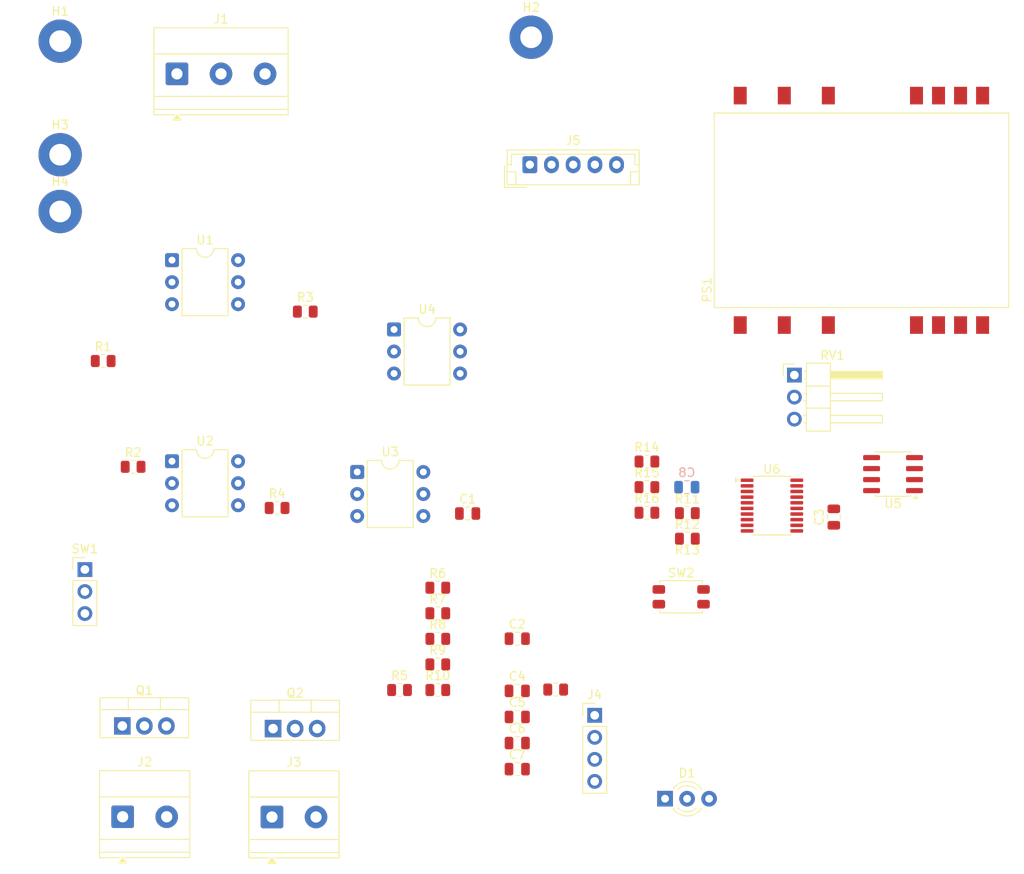
<source format=kicad_pcb>
(kicad_pcb (version 20241229) (generator "pcbnew") (generator_version "9.0")
  (layers (0 "F.Cu" signal) (2 "B.Cu" signal) (13 "F.Paste" user) (15 "B.Paste" user) (5 "F.SilkS" user "F.Silkscreen") (7 "B.SilkS" user "B.Silkscreen") (1 "F.Mask" user) (3 "B.Mask" user) (25 "Edge.Cuts" user))
  (net 0 "")
  (net 1 "VDD")
  (net 2 "GND")
  (net 3 "Net-(J4-Pin_4)")
  (net 4 "Net-(J4-Pin_1)")
  (net 5 "/mcu/FAN_SETTING")
  (net 6 "/mcu/NRST")
  (net 7 "Net-(D1-A2)")
  (net 8 "Net-(D1-A1)")
  (net 9 "NEUT")
  (net 10 "LINE")
  (net 11 "Net-(J2-Pin_2)")
  (net 12 "Net-(J3-Pin_2)")
  (net 13 "Net-(J4-Pin_3)")
  (net 14 "Net-(J4-Pin_2)")
  (net 15 "Net-(J5-Pin_2)")
  (net 16 "Net-(J5-Pin_3)")
  (net 17 "NEUTRAL")
  (net 18 "Net-(Q2-G)")
  (net 19 "/mcu/TRIAC_1_CTRL")
  (net 20 "Net-(U1-A)")
  (net 21 "Net-(U2-A)")
  (net 22 "/mcu/TRIAC_2_CTRL")
  (net 23 "Net-(U1-MT2)")
  (net 24 "Net-(Q1-G)")
  (net 25 "Net-(U2-MT2)")
  (net 26 "Net-(U3-AC1)")
  (net 27 "Net-(U3-AC2)")
  (net 28 "Net-(U4-AC1)")
  (net 29 "Net-(U4-AC2)")
  (net 30 "/mcu/ZC_1_DETECT")
  (net 31 "/mcu/ZC_2_DETECT")
  (net 32 "Net-(U6-PA4)")
  (net 33 "Net-(U6-PA5)")
  (net 34 "/ON")
  (net 35 "Net-(U6-PB9-BOOT0)")
  (net 36 "/OFF")
  (net 37 "/AUTO")
  (net 38 "+3.3V")
  (net 39 "/mcu/UART_RX")
  (net 40 "/mcu/UART_TX")
  (footprint "Resistor_SMD:R_0805_2012Metric" (layer "F.Cu") (at 73.48 91.15)
    (property "Reference" "R13" (at 15.1825 -16.1 0) (layer "F.SilkS"))
    (property "Value" "10k")
    (fp_line (start -0.227064 -0.735) (end 0.227064 -0.735) (stroke (width 0.12)) (layer "F.SilkS"))
    (fp_line (start -0.227064 0.735) (end 0.227064 0.735) (stroke (width 0.12)) (layer "F.SilkS"))
    (pad "1" smd roundrect (at -0.9125 0) (size 1.025 1.4) (layers "F.Cu" "F.Mask" "F.Paste") (roundrect_rratio 0.243902) (net 34 "/ON"))
    (pad "2" smd roundrect (at 0.9125 0) (size 1.025 1.4) (layers "F.Cu" "F.Mask" "F.Paste") (roundrect_rratio 0.243902) (net 2 "GND"))
  )
  (footprint "TerminalBlock_Phoenix:TerminalBlock_Phoenix_MKDS-1,5-3-5.08_1x03_P5.08mm_Horizontal" (layer "F.Cu") (at 29.815 20.1225)
    (property "Reference" "J1" (at 5.08 -6.32 0) (layer "F.SilkS"))
    (property "Value" "Conn_01x03_Pin")
    (fp_line (start -2.66 -5.32) (end 12.82 -5.32) (stroke (width 0.12)) (layer "F.SilkS"))
    (fp_line (start -2.66 -2.3) (end 12.82 -2.3) (stroke (width 0.12)) (layer "F.SilkS"))
    (fp_line (start -2.66 2.6) (end 12.82 2.6) (stroke (width 0.12)) (layer "F.SilkS"))
    (fp_line (start -2.66 4.1) (end 12.82 4.1) (stroke (width 0.12)) (layer "F.SilkS"))
    (fp_line (start -2.66 4.72) (end -2.66 -5.32) (stroke (width 0.12)) (layer "F.SilkS"))
    (fp_line (start -0.3 4.72) (end -2.66 4.72) (stroke (width 0.12)) (layer "F.SilkS"))
    (fp_line (start 12.82 -5.32) (end 12.82 4.72) (stroke (width 0.12)) (layer "F.SilkS"))
    (fp_line (start 12.82 4.72) (end 0.3 4.72) (stroke (width 0.12)) (layer "F.SilkS"))
    (fp_poly (pts (xy 0 4.72) (xy 0.44 5.33) (xy -0.44 5.33)) (stroke (width 0.12)) (fill yes) (layer "F.SilkS"))
    (pad "1" thru_hole roundrect (at 0 0) (size 2.6 2.6) (drill 1.3) (layers "*.Cu" "*.Mask") (roundrect_rratio 0.096154) (net 10 "LINE"))
    (pad "2" thru_hole circle (at 5.08 0) (size 2.6 2.6) (drill 1.3) (layers "*.Cu" "*.Mask") (net 9 "NEUT"))
    (pad "3" thru_hole circle (at 10.16 0) (size 2.6 2.6) (drill 1.3) (layers "*.Cu" "*.Mask") (net 2 "GND"))
  )
  (footprint "Resistor_SMD:R_0805_2012Metric" (layer "F.Cu") (at 88.6625 70.8)
    (property "Reference" "R11" (at 0 -1.65 0) (layer "F.SilkS"))
    (property "Value" "150")
    (fp_line (start -0.227064 -0.735) (end 0.227064 -0.735) (stroke (width 0.12)) (layer "F.SilkS"))
    (fp_line (start -0.227064 0.735) (end 0.227064 0.735) (stroke (width 0.12)) (layer "F.SilkS"))
    (pad "1" smd roundrect (at -0.9125 0) (size 1.025 1.4) (layers "F.Cu" "F.Mask" "F.Paste") (roundrect_rratio 0.243902) (net 8 "Net-(D1-A1)"))
    (pad "2" smd roundrect (at 0.9125 0) (size 1.025 1.4) (layers "F.Cu" "F.Mask" "F.Paste") (roundrect_rratio 0.243902) (net 32 "Net-(U6-PA4)"))
  )
  (footprint "MountingHole:MountingHole_2.5mm_Pad" (layer "F.Cu") (at 16.35 36)
    (property "Reference" "H4" (at 0 -3.45 0) (layer "F.SilkS"))
    (property "Value" "MountingHole_Pad")
    (pad "1" thru_hole circle (at 0 0) (size 5 5) (drill 2.5) (layers "*.Cu" "*.Mask"))
  )
  (footprint "Package_SO:SOIC-8_3.9x4.9mm_P1.27mm" (layer "F.Cu") (at 112.375 66.295 180)
    (property "Reference" "U5" (at 0 -3.4 0) (layer "F.SilkS"))
    (property "Value" "ADuM1201AR")
    (fp_line (start 2.06 2.56) (end -2.06 2.56) (stroke (width 0.12)) (layer "F.SilkS"))
    (fp_line (start 2.06 2.465) (end 2.06 2.56) (stroke (width 0.12)) (layer "F.SilkS"))
    (fp_line (start 2.06 -2.56) (end 2.06 -2.465) (stroke (width 0.12)) (layer "F.SilkS"))
    (fp_line (start -2.06 2.56) (end -2.06 2.465) (stroke (width 0.12)) (layer "F.SilkS"))
    (fp_line (start -2.06 -2.465) (end -2.06 -2.56) (stroke (width 0.12)) (layer "F.SilkS"))
    (fp_line (start -2.06 -2.56) (end 2.06 -2.56) (stroke (width 0.12)) (layer "F.SilkS"))
    (fp_poly (pts (xy -2.6 -2.47) (xy -2.84 -2.8) (xy -2.36 -2.8)) (stroke (width 0.12)) (fill yes) (layer "F.SilkS"))
    (pad "1" smd roundrect (at -2.475 -1.905 180) (size 1.95 0.6) (layers "F.Cu" "F.Mask" "F.Paste") (net 4 "Net-(J4-Pin_1)"))
    (pad "2" smd roundrect (at -2.475 -0.635 180) (size 1.95 0.6) (layers "F.Cu" "F.Mask" "F.Paste") (net 14 "Net-(J4-Pin_2)"))
    (pad "3" smd roundrect (at -2.475 0.635 180) (size 1.95 0.6) (layers "F.Cu" "F.Mask" "F.Paste") (net 13 "Net-(J4-Pin_3)"))
    (pad "4" smd roundrect (at -2.475 1.905 180) (size 1.95 0.6) (layers "F.Cu" "F.Mask" "F.Paste") (net 3 "Net-(J4-Pin_4)"))
    (pad "5" smd roundrect (at 2.475 1.905 180) (size 1.95 0.6) (layers "F.Cu" "F.Mask" "F.Paste") (net 2 "GND"))
    (pad "6" smd roundrect (at 2.475 0.635 180) (size 1.95 0.6) (layers "F.Cu" "F.Mask" "F.Paste") (net 39 "/mcu/UART_RX"))
    (pad "7" smd roundrect (at 2.475 -0.635 180) (size 1.95 0.6) (layers "F.Cu" "F.Mask" "F.Paste") (net 40 "/mcu/UART_TX"))
    (pad "8" smd roundrect (at 2.475 -1.905 180) (size 1.95 0.6) (layers "F.Cu" "F.Mask" "F.Paste") (net 1 "VDD"))
  )
  (footprint "Capacitor_SMD:C_0805_2012Metric" (layer "F.Cu") (at 105.55 71.25 90)
    (property "Reference" "C3" (at 0 -1.68 90) (layer "F.SilkS"))
    (property "Value" "100nF")
    (fp_line (start -0.261252 -0.735) (end 0.261252 -0.735) (stroke (width 0.12)) (layer "F.SilkS"))
    (fp_line (start -0.261252 0.735) (end 0.261252 0.735) (stroke (width 0.12)) (layer "F.SilkS"))
    (pad "1" smd roundrect (at -0.95 0 90) (size 1 1.45) (layers "F.Cu" "F.Mask" "F.Paste") (net 5 "/mcu/FAN_SETTING"))
    (pad "2" smd roundrect (at 0.95 0 90) (size 1 1.45) (layers "F.Cu" "F.Mask" "F.Paste") (net 2 "GND"))
  )
  (footprint "Capacitor_SMD:C_0805_2012Metric" (layer "F.Cu") (at 69.05 94.31)
    (property "Reference" "C5" (at 0 -1.68 0) (layer "F.SilkS"))
    (property "Value" "4.7uF")
    (fp_line (start -0.261252 -0.735) (end 0.261252 -0.735) (stroke (width 0.12)) (layer "F.SilkS"))
    (fp_line (start -0.261252 0.735) (end 0.261252 0.735) (stroke (width 0.12)) (layer "F.SilkS"))
    (pad "1" smd roundrect (at -0.95 0) (size 1 1.45) (layers "F.Cu" "F.Mask" "F.Paste") (net 1 "VDD"))
    (pad "2" smd roundrect (at 0.95 0) (size 1 1.45) (layers "F.Cu" "F.Mask" "F.Paste") (net 2 "GND"))
  )
  (footprint "Resistor_SMD:R_0805_2012Metric" (layer "F.Cu") (at 84 70.75)
    (property "Reference" "R16" (at 0 -1.65 0) (layer "F.SilkS"))
    (property "Value" "10k")
    (fp_line (start -0.227064 -0.735) (end 0.227064 -0.735) (stroke (width 0.12)) (layer "F.SilkS"))
    (fp_line (start -0.227064 0.735) (end 0.227064 0.735) (stroke (width 0.12)) (layer "F.SilkS"))
    (pad "1" smd roundrect (at -0.9125 0) (size 1.025 1.4) (layers "F.Cu" "F.Mask" "F.Paste") (roundrect_rratio 0.243902) (net 37 "/AUTO"))
    (pad "2" smd roundrect (at 0.9125 0) (size 1.025 1.4) (layers "F.Cu" "F.Mask" "F.Paste") (roundrect_rratio 0.243902) (net 2 "GND"))
  )
  (footprint "MountingHole:MountingHole_2.5mm_Pad" (layer "F.Cu") (at 16.35 16.35)
    (property "Reference" "H1" (at 0 -3.45 0) (layer "F.SilkS"))
    (property "Value" "MountingHole_Pad")
    (pad "1" thru_hole circle (at 0 0) (size 5 5) (drill 2.5) (layers "*.Cu" "*.Mask"))
  )
  (footprint "Package_DIP:DIP-6_W7.62mm" (layer "F.Cu") (at 50.6 66.05)
    (property "Reference" "U3" (at 3.81 -2.33 0) (layer "F.SilkS"))
    (property "Value" "H11AA1")
    (fp_line (start 1.16 -1.33) (end 1.16 6.41) (stroke (width 0.12)) (layer "F.SilkS"))
    (fp_line (start 1.16 6.41) (end 6.46 6.41) (stroke (width 0.12)) (layer "F.SilkS"))
    (fp_line (start 2.81 -1.33) (end 1.16 -1.33) (stroke (width 0.12)) (layer "F.SilkS"))
    (fp_line (start 6.46 -1.33) (end 4.81 -1.33) (stroke (width 0.12)) (layer "F.SilkS"))
    (fp_line (start 6.46 6.41) (end 6.46 -1.33) (stroke (width 0.12)) (layer "F.SilkS"))
    (fp_arc (start 4.81 -1.33) (mid 3.81 -0.33) (end 2.81 -1.33) (stroke (width 0.12)) (layer "F.SilkS"))
    (pad "1" thru_hole roundrect (at 0 0) (size 1.6 1.6) (drill 0.8) (layers "*.Cu" "*.Mask") (roundrect_rratio 0.15625) (net 26 "Net-(U3-AC1)"))
    (pad "2" thru_hole circle (at 0 2.54) (size 1.6 1.6) (drill 0.8) (layers "*.Cu" "*.Mask") (net 27 "Net-(U3-AC2)"))
    (pad "3" thru_hole circle (at 0 5.08) (size 1.6 1.6) (drill 0.8) (layers "*.Cu" "*.Mask"))
    (pad "4" thru_hole circle (at 7.62 5.08) (size 1.6 1.6) (drill 0.8) (layers "*.Cu" "*.Mask") (net 38 "+3.3V"))
    (pad "5" thru_hole circle (at 7.62 2.54) (size 1.6 1.6) (drill 0.8) (layers "*.Cu" "*.Mask") (net 30 "/mcu/ZC_1_DETECT"))
    (pad "6" thru_hole circle (at 7.62 0) (size 1.6 1.6) (drill 0.8) (layers "*.Cu" "*.Mask"))
  )
  (footprint "Resistor_SMD:R_0805_2012Metric" (layer "F.Cu") (at 21.3125 53.25)
    (property "Reference" "R1" (at 0 -1.65 0) (layer "F.SilkS"))
    (property "Value" "180")
    (fp_line (start -0.227064 -0.735) (end 0.227064 -0.735) (stroke (width 0.12)) (layer "F.SilkS"))
    (fp_line (start -0.227064 0.735) (end 0.227064 0.735) (stroke (width 0.12)) (layer "F.SilkS"))
    (pad "1" smd roundrect (at -0.9125 0) (size 1.025 1.4) (layers "F.Cu" "F.Mask" "F.Paste") (roundrect_rratio 0.243902) (net 19 "/mcu/TRIAC_1_CTRL"))
    (pad "2" smd roundrect (at 0.9125 0) (size 1.025 1.4) (layers "F.Cu" "F.Mask" "F.Paste") (roundrect_rratio 0.243902) (net 20 "Net-(U1-A)"))
  )
  (footprint "Button_Switch_SMD:SW_SPST_EVQP2_MiddlePushTravel_H2.5mm" (layer "F.Cu") (at 87.95 80.45)
    (property "Reference" "SW2" (at 0 -2.75 0) (layer "F.SilkS"))
    (property "Value" "STM_RESET")
    (fp_line (start -2.46 -1.86) (end -2.46 -1.61) (stroke (width 0.12)) (layer "F.SilkS"))
    (fp_line (start -2.46 1.61) (end -2.46 1.86) (stroke (width 0.12)) (layer "F.SilkS"))
    (fp_line (start -2.46 1.86) (end 2.46 1.86) (stroke (width 0.12)) (layer "F.SilkS"))
    (fp_line (start 2.46 -1.86) (end -2.46 -1.86) (stroke (width 0.12)) (layer "F.SilkS"))
    (fp_line (start 2.46 -1.86) (end 2.46 -1.61) (stroke (width 0.12)) (layer "F.SilkS"))
    (fp_line (start 2.46 1.61) (end 2.46 1.86) (stroke (width 0.12)) (layer "F.SilkS"))
    (pad "1" smd roundrect (at -2.575 -0.85) (size 1.45 1) (layers "F.Cu" "F.Mask" "F.Paste") (net 6 "/mcu/NRST"))
    (pad "1" smd roundrect (at 2.575 -0.85) (size 1.45 1) (layers "F.Cu" "F.Mask" "F.Paste") (net 6 "/mcu/NRST"))
    (pad "2" smd roundrect (at -2.575 0.85) (size 1.45 1) (layers "F.Cu" "F.Mask" "F.Paste") (net 2 "GND"))
    (pad "2" smd roundrect (at 2.575 0.85) (size 1.45 1) (layers "F.Cu" "F.Mask" "F.Paste") (net 2 "GND"))
  )
  (footprint "Resistor_SMD:R_0805_2012Metric" (layer "F.Cu") (at 88.6625 73.75)
    (property "Reference" "R12" (at 0 -1.65 0) (layer "F.SilkS"))
    (property "Value" "150")
    (fp_line (start -0.227064 -0.735) (end 0.227064 -0.735) (stroke (width 0.12)) (layer "F.SilkS"))
    (fp_line (start -0.227064 0.735) (end 0.227064 0.735) (stroke (width 0.12)) (layer "F.SilkS"))
    (pad "1" smd roundrect (at -0.9125 0) (size 1.025 1.4) (layers "F.Cu" "F.Mask" "F.Paste") (roundrect_rratio 0.243902) (net 7 "Net-(D1-A2)"))
    (pad "2" smd roundrect (at 0.9125 0) (size 1.025 1.4) (layers "F.Cu" "F.Mask" "F.Paste") (roundrect_rratio 0.243902) (net 33 "Net-(U6-PA5)"))
  )
  (footprint "Resistor_SMD:R_0805_2012Metric" (layer "F.Cu") (at 55.48 91.2)
    (property "Reference" "R5" (at 0 -1.65 0) (layer "F.SilkS"))
    (property "Value" "10k")
    (fp_line (start -0.227064 -0.735) (end 0.227064 -0.735) (stroke (width 0.12)) (layer "F.SilkS"))
    (fp_line (start -0.227064 0.735) (end 0.227064 0.735) (stroke (width 0.12)) (layer "F.SilkS"))
    (pad "1" smd roundrect (at -0.9125 0) (size 1.025 1.4) (layers "F.Cu" "F.Mask" "F.Paste") (roundrect_rratio 0.243902) (net 10 "LINE"))
    (pad "2" smd roundrect (at 0.9125 0) (size 1.025 1.4) (layers "F.Cu" "F.Mask" "F.Paste") (roundrect_rratio 0.243902) (net 26 "Net-(U3-AC1)"))
  )
  (footprint "Package_DIP:DIP-6_W7.62mm" (layer "F.Cu") (at 29.245 64.81)
    (property "Reference" "U2" (at 3.81 -2.33 0) (layer "F.SilkS"))
    (property "Value" "MOC3021")
    (fp_line (start 1.16 -1.33) (end 1.16 6.41) (stroke (width 0.12)) (layer "F.SilkS"))
    (fp_line (start 1.16 6.41) (end 6.46 6.41) (stroke (width 0.12)) (layer "F.SilkS"))
    (fp_line (start 2.81 -1.33) (end 1.16 -1.33) (stroke (width 0.12)) (layer "F.SilkS"))
    (fp_line (start 6.46 -1.33) (end 4.81 -1.33) (stroke (width 0.12)) (layer "F.SilkS"))
    (fp_line (start 6.46 6.41) (end 6.46 -1.33) (stroke (width 0.12)) (layer "F.SilkS"))
    (fp_arc (start 4.81 -1.33) (mid 3.81 -0.33) (end 2.81 -1.33) (stroke (width 0.12)) (layer "F.SilkS"))
    (pad "1" thru_hole roundrect (at 0 0) (size 1.6 1.6) (drill 0.8) (layers "*.Cu" "*.Mask") (roundrect_rratio 0.15625) (net 21 "Net-(U2-A)"))
    (pad "2" thru_hole circle (at 0 2.54) (size 1.6 1.6) (drill 0.8) (layers "*.Cu" "*.Mask") (net 2 "GND"))
    (pad "3" thru_hole circle (at 0 5.08) (size 1.6 1.6) (drill 0.8) (layers "*.Cu" "*.Mask"))
    (pad "4" thru_hole circle (at 7.62 5.08) (size 1.6 1.6) (drill 0.8) (layers "*.Cu" "*.Mask") (net 25 "Net-(U2-MT2)"))
    (pad "5" thru_hole circle (at 7.62 2.54) (size 1.6 1.6) (drill 0.8) (layers "*.Cu" "*.Mask"))
    (pad "6" thru_hole circle (at 7.62 0) (size 1.6 1.6) (drill 0.8) (layers "*.Cu" "*.Mask") (net 17 "NEUTRAL"))
  )
  (footprint "Package_TO_SOT_THT:TO-220-3_Vertical" (layer "F.Cu") (at 23.52 95.35)
    (property "Reference" "Q1" (at 2.54 -4.1 0) (layer "F.SilkS"))
    (property "Value" "BTA16-600SW3G")
    (fp_line (start -2.57 -3.26) (end 7.65 -3.26) (stroke (width 0.12)) (layer "F.SilkS"))
    (fp_line (start -2.57 -1.88) (end 7.65 -1.88) (stroke (width 0.12)) (layer "F.SilkS"))
    (fp_line (start -2.57 1.36) (end -2.57 -3.26) (stroke (width 0.12)) (layer "F.SilkS"))
    (fp_line (start 0.69 -3.26) (end 0.69 -1.88) (stroke (width 0.12)) (layer "F.SilkS"))
    (fp_line (start 4.39 -3.26) (end 4.39 -1.88) (stroke (width 0.12)) (layer "F.SilkS"))
    (fp_line (start 7.65 -3.26) (end 7.65 1.36) (stroke (width 0.12)) (layer "F.SilkS"))
    (fp_line (start 7.65 1.36) (end -2.57 1.36) (stroke (width 0.12)) (layer "F.SilkS"))
    (pad "1" thru_hole rect (at 0 0) (size 1.905 2) (drill 1.1) (layers "*.Cu" "*.Mask") (net 11 "Net-(J2-Pin_2)"))
    (pad "2" thru_hole oval (at 2.54 0) (size 1.905 2) (drill 1.1) (layers "*.Cu" "*.Mask") (net 17 "NEUTRAL"))
    (pad "3" thru_hole oval (at 5.08 0) (size 1.905 2) (drill 1.1) (layers "*.Cu" "*.Mask") (net 24 "Net-(Q1-G)"))
  )
  (footprint "Package_DIP:DIP-6_W7.62mm" (layer "F.Cu") (at 54.845 49.61)
    (property "Reference" "U4" (at 3.81 -2.33 0) (layer "F.SilkS"))
    (property "Value" "H11AA1")
    (fp_line (start 1.16 -1.33) (end 1.16 6.41) (stroke (width 0.12)) (layer "F.SilkS"))
    (fp_line (start 1.16 6.41) (end 6.46 6.41) (stroke (width 0.12)) (layer "F.SilkS"))
    (fp_line (start 2.81 -1.33) (end 1.16 -1.33) (stroke (width 0.12)) (layer "F.SilkS"))
    (fp_line (start 6.46 -1.33) (end 4.81 -1.33) (stroke (width 0.12)) (layer "F.SilkS"))
    (fp_line (start 6.46 6.41) (end 6.46 -1.33) (stroke (width 0.12)) (layer "F.SilkS"))
    (fp_arc (start 4.81 -1.33) (mid 3.81 -0.33) (end 2.81 -1.33) (stroke (width 0.12)) (layer "F.SilkS"))
    (pad "1" thru_hole roundrect (at 0 0) (size 1.6 1.6) (drill 0.8) (layers "*.Cu" "*.Mask") (roundrect_rratio 0.15625) (net 28 "Net-(U4-AC1)"))
    (pad "2" thru_hole circle (at 0 2.54) (size 1.6 1.6) (drill 0.8) (layers "*.Cu" "*.Mask") (net 29 "Net-(U4-AC2)"))
    (pad "3" thru_hole circle (at 0 5.08) (size 1.6 1.6) (drill 0.8) (layers "*.Cu" "*.Mask"))
    (pad "4" thru_hole circle (at 7.62 5.08) (size 1.6 1.6) (drill 0.8) (layers "*.Cu" "*.Mask") (net 38 "+3.3V"))
    (pad "5" thru_hole circle (at 7.62 2.54) (size 1.6 1.6) (drill 0.8) (layers "*.Cu" "*.Mask") (net 31 "/mcu/ZC_2_DETECT"))
    (pad "6" thru_hole circle (at 7.62 0) (size 1.6 1.6) (drill 0.8) (layers "*.Cu" "*.Mask"))
  )
  (footprint "Package_SO:TSSOP-20_4.4x6.5mm_P0.65mm" (layer "F.Cu") (at 98.4125 69.925)
    (property "Reference" "U6" (at 0 -4.2 0) (layer "F.SilkS"))
    (property "Value" "STM32L031F6P6TR")
    (fp_line (start -2.31 -3.385) (end 2.31 -3.385) (stroke (width 0.12)) (layer "F.SilkS"))
    (fp_line (start 2.31 3.385) (end -2.31 3.385) (stroke (width 0.12)) (layer "F.SilkS"))
    (fp_poly (pts (xy -3.86 -2.93) (xy -4.19 -2.69) (xy -4.19 -3.17)) (stroke (width 0.12)) (fill yes) (layer "F.SilkS"))
    (pad "1" smd roundrect (at -2.8625 -2.925) (size 1.475 0.4) (layers "F.Cu" "F.Mask" "F.Paste") (net 35 "Net-(U6-PB9-BOOT0)"))
    (pad "2" smd roundrect (at -2.8625 -2.275) (size 1.475 0.4) (layers "F.Cu" "F.Mask" "F.Paste") (net 36 "/OFF"))
    (pad "3" smd roundrect (at -2.8625 -1.625) (size 1.475 0.4) (layers "F.Cu" "F.Mask" "F.Paste") (net 37 "/AUTO"))
    (pad "4" smd roundrect (at -2.8625 -0.975) (size 1.475 0.4) (layers "F.Cu" "F.Mask" "F.Paste") (net 6 "/mcu/NRST"))
    (pad "5" smd roundrect (at -2.8625 -0.325) (size 1.475 0.4) (layers "F.Cu" "F.Mask" "F.Paste") (net 1 "VDD"))
    (pad "6" smd roundrect (at -2.8625 0.325) (size 1.475 0.4) (layers "F.Cu" "F.Mask" "F.Paste") (net 19 "/mcu/TRIAC_1_CTRL"))
    (pad "7" smd roundrect (at -2.8625 0.975) (size 1.475 0.4) (layers "F.Cu" "F.Mask" "F.Paste") (net 22 "/mcu/TRIAC_2_CTRL"))
    (pad "8" smd roundrect (at -2.8625 1.625) (size 1.475 0.4) (layers "F.Cu" "F.Mask" "F.Paste") (net 30 "/mcu/ZC_1_DETECT"))
    (pad "9" smd roundrect (at -2.8625 2.275) (size 1.475 0.4) (layers "F.Cu" "F.Mask" "F.Paste") (net 31 "/mcu/ZC_2_DETECT"))
    (pad "10" smd roundrect (at -2.8625 2.925) (size 1.475 0.4) (layers "F.Cu" "F.Mask" "F.Paste") (net 32 "Net-(U6-PA4)"))
    (pad "11" smd roundrect (at 2.8625 2.925) (size 1.475 0.4) (layers "F.Cu" "F.Mask" "F.Paste") (net 33 "Net-(U6-PA5)"))
    (pad "12" smd roundrect (at 2.8625 2.275) (size 1.475 0.4) (layers "F.Cu" "F.Mask" "F.Paste") (net 5 "/mcu/FAN_SETTING"))
    (pad "13" smd roundrect (at 2.8625 1.625) (size 1.475 0.4) (layers "F.Cu" "F.Mask" "F.Paste") (net 34 "/ON"))
    (pad "14" smd roundrect (at 2.8625 0.975) (size 1.475 0.4) (layers "F.Cu" "F.Mask" "F.Paste"))
    (pad "15" smd roundrect (at 2.8625 0.325) (size 1.475 0.4) (layers "F.Cu" "F.Mask" "F.Paste") (net 2 "GND"))
    (pad "16" smd roundrect (at 2.8625 -0.325) (size 1.475 0.4) (layers "F.Cu" "F.Mask" "F.Paste") (net 1 "VDD"))
    (pad "17" smd roundrect (at 2.8625 -0.975) (size 1.475 0.4) (layers "F.Cu" "F.Mask" "F.Paste") (net 40 "/mcu/UART_TX"))
    (pad "18" smd roundrect (at 2.8625 -1.625) (size 1.475 0.4) (layers "F.Cu" "F.Mask" "F.Paste") (net 39 "/mcu/UART_RX"))
    (pad "19" smd roundrect (at 2.8625 -2.275) (size 1.475 0.4) (layers "F.Cu" "F.Mask" "F.Paste") (net 16 "Net-(J5-Pin_3)"))
    (pad "20" smd roundrect (at 2.8625 -2.925) (size 1.475 0.4) (layers "F.Cu" "F.Mask" "F.Paste") (net 15 "Net-(J5-Pin_2)"))
  )
  (footprint "Resistor_SMD:R_0805_2012Metric" (layer "F.Cu") (at 44.6125 47.55)
    (property "Reference" "R3" (at 0 -1.65 0) (layer "F.SilkS"))
    (property "Value" "330")
    (fp_line (start -0.227064 -0.735) (end 0.227064 -0.735) (stroke (width 0.12)) (layer "F.SilkS"))
    (fp_line (start -0.227064 0.735) (end 0.227064 0.735) (stroke (width 0.12)) (layer "F.SilkS"))
    (pad "1" smd roundrect (at -0.9125 0) (size 1.025 1.4) (layers "F.Cu" "F.Mask" "F.Paste") (roundrect_rratio 0.243902) (net 23 "Net-(U1-MT2)"))
    (pad "2" smd roundrect (at 0.9125 0) (size 1.025 1.4) (layers "F.Cu" "F.Mask" "F.Paste") (roundrect_rratio 0.243902) (net 24 "Net-(Q1-G)"))
  )
  (footprint "Resistor_SMD:R_0805_2012Metric" (layer "F.Cu") (at 59.89 88.25)
    (property "Reference" "R9" (at 0 -1.65 0) (layer "F.SilkS"))
    (property "Value" "10k")
    (fp_line (start -0.227064 -0.735) (end 0.227064 -0.735) (stroke (width 0.12)) (layer "F.SilkS"))
    (fp_line (start -0.227064 0.735) (end 0.227064 0.735) (stroke (width 0.12)) (layer "F.SilkS"))
    (pad "1" smd roundrect (at -0.9125 0) (size 1.025 1.4) (layers "F.Cu" "F.Mask" "F.Paste") (roundrect_rratio 0.243902) (net 30 "/mcu/ZC_1_DETECT"))
    (pad "2" smd roundrect (at 0.9125 0) (size 1.025 1.4) (layers "F.Cu" "F.Mask" "F.Paste") (roundrect_rratio 0.243902) (net 2 "GND"))
  )
  (footprint "Connector_PinHeader_2.54mm:PinHeader_1x03_P2.54mm_Vertical" (layer "F.Cu") (at 19.2 77.3)
    (property "Reference" "SW1" (at 0 -2.38 0) (layer "F.SilkS"))
    (property "Value" "SW_Rotary_1x3_MP")
    (fp_line (start -1.38 -1.38) (end 0 -1.38) (stroke (width 0.12)) (layer "F.SilkS"))
    (fp_line (start -1.38 0) (end -1.38 -1.38) (stroke (width 0.12)) (layer "F.SilkS"))
    (fp_line (start -1.38 1.27) (end -1.38 6.46) (stroke (width 0.12)) (layer "F.SilkS"))
    (fp_line (start -1.38 1.27) (end 1.38 1.27) (stroke (width 0.12)) (layer "F.SilkS"))
    (fp_line (start -1.38 6.46) (end 1.38 6.46) (stroke (width 0.12)) (layer "F.SilkS"))
    (fp_line (start 1.38 1.27) (end 1.38 6.46) (stroke (width 0.12)) (layer "F.SilkS"))
    (pad "1" thru_hole rect (at 0 0) (size 1.7 1.7) (drill 1) (layers "*.Cu" "*.Mask") (net 36 "/OFF"))
    (pad "2" thru_hole circle (at 0 2.54) (size 1.7 1.7) (drill 1) (layers "*.Cu" "*.Mask") (net 34 "/ON"))
    (pad "3" thru_hole circle (at 0 5.08) (size 1.7 1.7) (drill 1) (layers "*.Cu" "*.Mask") (net 37 "/AUTO"))
  )
  (footprint "Package_TO_SOT_THT:TO-220-3_Vertical" (layer "F.Cu") (at 40.9 95.65)
    (property "Reference" "Q2" (at 2.54 -4.1 0) (layer "F.SilkS"))
    (property "Value" "BTA16-600SW3G")
    (fp_line (start -2.57 -3.26) (end 7.65 -3.26) (stroke (width 0.12)) (layer "F.SilkS"))
    (fp_line (start -2.57 -1.88) (end 7.65 -1.88) (stroke (width 0.12)) (layer "F.SilkS"))
    (fp_line (start -2.57 1.36) (end -2.57 -3.26) (stroke (width 0.12)) (layer "F.SilkS"))
    (fp_line (start 0.69 -3.26) (end 0.69 -1.88) (stroke (width 0.12)) (layer "F.SilkS"))
    (fp_line (start 4.39 -3.26) (end 4.39 -1.88) (stroke (width 0.12)) (layer "F.SilkS"))
    (fp_line (start 7.65 -3.26) (end 7.65 1.36) (stroke (width 0.12)) (layer "F.SilkS"))
    (fp_line (start 7.65 1.36) (end -2.57 1.36) (stroke (width 0.12)) (layer "F.SilkS"))
    (pad "1" thru_hole rect (at 0 0) (size 1.905 2) (drill 1.1) (layers "*.Cu" "*.Mask") (net 12 "Net-(J3-Pin_2)"))
    (pad "2" thru_hole oval (at 2.54 0) (size 1.905 2) (drill 1.1) (layers "*.Cu" "*.Mask") (net 17 "NEUTRAL"))
    (pad "3" thru_hole oval (at 5.08 0) (size 1.905 2) (drill 1.1) (layers "*.Cu" "*.Mask") (net 18 "Net-(Q2-G)"))
  )
  (footprint "Connector_PinHeader_2.54mm:PinHeader_1x03_P2.54mm_Horizontal" (layer "F.Cu") (at 101 54.87)
    (property "Reference" "RV1" (at 4.385 -2.27 0) (layer "F.SilkS"))
    (property "Value" "R_Potentiometer_US")
    (fp_line (start -1.27 -1.27) (end 0 -1.27) (stroke (width 0.12)) (layer "F.SilkS"))
    (fp_line (start -1.27 0) (end -1.27 -1.27) (stroke (width 0.12)) (layer "F.SilkS"))
    (fp_line (start 1.077358 2.11) (end 1.39 2.11) (stroke (width 0.12)) (layer "F.SilkS"))
    (fp_line (start 1.077358 2.97) (end 1.39 2.97) (stroke (width 0.12)) (layer "F.SilkS"))
    (fp_line (start 1.077358 4.65) (end 1.39 4.65) (stroke (width 0.12)) (layer "F.SilkS"))
    (fp_line (start 1.077358 5.51) (end 1.39 5.51) (stroke (width 0.12)) (layer "F.SilkS"))
    (fp_line (start 1.16 -0.43) (end 1.39 -0.43) (stroke (width 0.12)) (layer "F.SilkS"))
    (fp_line (start 1.16 0.43) (end 1.39 0.43) (stroke (width 0.12)) (layer "F.SilkS"))
    (fp_line (start 1.39 -1.38) (end 1.39 6.46) (stroke (width 0.12)) (layer "F.SilkS"))
    (fp_line (start 1.39 1.27) (end 4.15 1.27) (stroke (width 0.12)) (layer "F.SilkS"))
    (fp_line (start 1.39 3.81) (end 4.15 3.81) (stroke (width 0.12)) (layer "F.SilkS"))
    (fp_line (start 1.39 6.46) (end 4.15 6.46) (stroke (width 0.12)) (layer "F.SilkS"))
    (fp_line (start 4.15 -1.38) (end 1.39 -1.38) (stroke (width 0.12)) (layer "F.SilkS"))
    (fp_line (start 4.15 2.11) (end 10.15 2.11) (stroke (width 0.12)) (layer "F.SilkS"))
    (fp_line (start 4.15 4.65) (end 10.15 4.65) (stroke (width 0.12)) (layer "F.SilkS"))
    (fp_line (start 4.15 6.46) (end 4.15 -1.38) (stroke (width 0.12)) (layer "F.SilkS"))
    (fp_line (start 10.15 2.11) (end 10.15 2.97) (stroke (width 0.12)) (layer "F.SilkS"))
    (fp_line (start 10.15 2.97) (end 4.15 2.97) (stroke (width 0.12)) (layer "F.SilkS"))
    (fp_line (start 10.15 4.65) (end 10.15 5.51) (stroke (width 0.12)) (layer "F.SilkS"))
    (fp_line (start 10.15 5.51) (end 4.15 5.51) (stroke (width 0.12)) (layer "F.SilkS"))
    (fp_rect (start 4.15 -0.43) (end 10.15 0.43) (stroke (width 0.12)) (fill yes) (layer "F.SilkS"))
    (pad "1" thru_hole rect (at 0 0) (size 1.7 1.7) (drill 1) (layers "*.Cu" "*.Mask") (net 1 "VDD"))
    (pad "2" thru_hole circle (at 0 2.54) (size 1.7 1.7) (drill 1) (layers "*.Cu" "*.Mask") (net 5 "/mcu/FAN_SETTING"))
    (pad "3" thru_hole circle (at 0 5.08) (size 1.7 1.7) (drill 1) (layers "*.Cu" "*.Mask") (net 2 "GND"))
  )
  (footprint "LED_THT:LED_D3.0mm-3" (layer "F.Cu") (at 86.09 103.74)
    (property "Reference" "D1" (at 2.54 -2.96 0) (layer "F.SilkS"))
    (property "Value" "LED_Dual_AKA")
    (fp_line (start 0.98 -1.236) (end 0.98 -1.08) (stroke (width 0.12)) (layer "F.SilkS"))
    (fp_line (start 0.98 1.08) (end 0.98 1.236) (stroke (width 0.12)) (layer "F.SilkS"))
    (fp_arc (start 0.98 -1.235516) (mid 2.63566 -1.987699) (end 4.211437 -1.08) (stroke (width 0.12)) (layer "F.SilkS"))
    (fp_arc (start 1.499039 -1.08) (mid 2.54 -1.5) (end 3.580961 -1.08) (stroke (width 0.12)) (layer "F.SilkS"))
    (fp_arc (start 3.580961 1.08) (mid 2.54 1.5) (end 1.499039 1.08) (stroke (width 0.12)) (layer "F.SilkS"))
    (fp_arc (start 4.211437 1.08) (mid 2.63566 1.987699) (end 0.98 1.235516) (stroke (width 0.12)) (layer "F.SilkS"))
    (pad "1" thru_hole rect (at 0 0) (size 1.8 1.8) (drill 0.9) (layers "*.Cu" "*.Mask") (net 8 "Net-(D1-A1)"))
    (pad "2" thru_hole circle (at 2.54 0) (size 1.8 1.8) (drill 0.9) (layers "*.Cu" "*.Mask") (net 2 "GND"))
    (pad "3" thru_hole circle (at 5.08 0) (size 1.8 1.8) (drill 0.9) (layers "*.Cu" "*.Mask") (net 7 "Net-(D1-A2)"))
  )
  (footprint "Capacitor_SMD:C_0805_2012Metric" (layer "F.Cu") (at 63.33 70.84)
    (property "Reference" "C1" (at 0 -1.68 0) (layer "F.SilkS"))
    (property "Value" "10uF")
    (fp_line (start -0.261252 -0.735) (end 0.261252 -0.735) (stroke (width 0.12)) (layer "F.SilkS"))
    (fp_line (start -0.261252 0.735) (end 0.261252 0.735) (stroke (width 0.12)) (layer "F.SilkS"))
    (pad "1" smd roundrect (at -0.95 0) (size 1 1.45) (layers "F.Cu" "F.Mask" "F.Paste") (net 1 "VDD"))
    (pad "2" smd roundrect (at 0.95 0) (size 1 1.45) (layers "F.Cu" "F.Mask" "F.Paste") (net 2 "GND"))
  )
  (footprint "Capacitor_SMD:C_0805_2012Metric" (layer "F.Cu") (at 69.05 85.28)
    (property "Reference" "C2" (at 0 -1.68 0) (layer "F.SilkS"))
    (property "Value" "100nF")
    (fp_line (start -0.261252 -0.735) (end 0.261252 -0.735) (stroke (width 0.12)) (layer "F.SilkS"))
    (fp_line (start -0.261252 0.735) (end 0.261252 0.735) (stroke (width 0.12)) (layer "F.SilkS"))
    (pad "1" smd roundrect (at -0.95 0) (size 1 1.45) (layers "F.Cu" "F.Mask" "F.Paste") (net 4 "Net-(J4-Pin_1)"))
    (pad "2" smd roundrect (at 0.95 0) (size 1 1.45) (layers "F.Cu" "F.Mask" "F.Paste") (net 3 "Net-(J4-Pin_4)"))
  )
  (footprint "Resistor_SMD:R_0805_2012Metric" (layer "F.Cu") (at 41.3625 70.2)
    (property "Reference" "R4" (at 0 -1.65 0) (layer "F.SilkS"))
    (property "Value" "330")
    (fp_line (start -0.227064 -0.735) (end 0.227064 -0.735) (stroke (width 0.12)) (layer "F.SilkS"))
    (fp_line (start -0.227064 0.735) (end 0.227064 0.735) (stroke (width 0.12)) (layer "F.SilkS"))
    (pad "1" smd roundrect (at -0.9125 0) (size 1.025 1.4) (layers "F.Cu" "F.Mask" "F.Paste") (roundrect_rratio 0.243902) (net 25 "Net-(U2-MT2)"))
    (pad "2" smd roundrect (at 0.9125 0) (size 1.025 1.4) (layers "F.Cu" "F.Mask" "F.Paste") (roundrect_rratio 0.243902) (net 18 "Net-(Q2-G)"))
  )
  (footprint "Converter_ACDC:Converter_ACDC_MeanWell_IRM-02-xx_SMD" (layer "F.Cu") (at 108.73 35.865 90)
    (property "Reference" "PS1" (at -9.18 -17.8 90) (layer "F.SilkS"))
    (property "Value" "IRM-02-3.3S")
    (fp_line (start 11.22 -16.97) (end 11.22 16.97) (stroke (width 0.12)) (layer "F.SilkS"))
    (fp_line (start -11.22 -16.97) (end 11.22 -16.97) (stroke (width 0.12)) (layer "F.SilkS"))
    (fp_line (start 11.22 16.97) (end -11.22 16.97) (stroke (width 0.12)) (layer "F.SilkS"))
    (fp_line (start -11.22 16.97) (end -11.22 -16.97) (stroke (width 0.12)) (layer "F.SilkS"))
    (pad "1" smd rect (at -13.235 -13.97) (size 1.5 2.03) (layers "F.Cu" "F.Mask" "F.Paste") (net 10 "LINE"))
    (pad "3" smd rect (at -13.235 -8.89) (size 1.5 2.03) (layers "F.Cu" "F.Mask" "F.Paste"))
    (pad "5" smd rect (at -13.235 -3.81) (size 1.5 2.03) (layers "F.Cu" "F.Mask" "F.Paste"))
    (pad "9" smd rect (at -13.235 6.35) (size 1.5 2.03) (layers "F.Cu" "F.Mask" "F.Paste"))
    (pad "10" smd rect (at -13.235 8.89) (size 1.5 2.03) (layers "F.Cu" "F.Mask" "F.Paste"))
    (pad "11" smd rect (at -13.235 11.43) (size 1.5 2.03) (layers "F.Cu" "F.Mask" "F.Paste"))
    (pad "12" smd rect (at -13.235 13.97) (size 1.5 2.03) (layers "F.Cu" "F.Mask" "F.Paste") (net 1 "VDD"))
    (pad "13" smd rect (at 13.235 13.97) (size 1.5 2.03) (layers "F.Cu" "F.Mask" "F.Paste") (net 2 "GND"))
    (pad "14" smd rect (at 13.235 11.43) (size 1.5 2.03) (layers "F.Cu" "F.Mask" "F.Paste"))
    (pad "15" smd rect (at 13.235 8.89) (size 1.5 2.03) (layers "F.Cu" "F.Mask" "F.Paste"))
    (pad "16" smd rect (at 13.235 6.35) (size 1.5 2.03) (layers "F.Cu" "F.Mask" "F.Paste"))
    (pad "20" smd rect (at 13.235 -3.81) (size 1.5 2.03) (layers "F.Cu" "F.Mask" "F.Paste"))
    (pad "22" smd rect (at 13.235 -8.89) (size 1.5 2.03) (layers "F.Cu" "F.Mask" "F.Paste"))
    (pad "24" smd rect (at 13.235 -13.97) (size 1.5 2.03) (layers "F.Cu" "F.Mask" "F.Paste") (net 9 "NEUT"))
  )
  (footprint "Resistor_SMD:R_0805_2012Metric" (layer "F.Cu") (at 59.89 85.3)
    (property "Reference" "R8" (at 0 -1.65 0) (layer "F.SilkS"))
    (property "Value" "10k")
    (fp_line (start -0.227064 -0.735) (end 0.227064 -0.735) (stroke (width 0.12)) (layer "F.SilkS"))
    (fp_line (start -0.227064 0.735) (end 0.227064 0.735) (stroke (width 0.12)) (layer "F.SilkS"))
    (pad "1" smd roundrect (at -0.9125 0) (size 1.025 1.4) (layers "F.Cu" "F.Mask" "F.Paste") (roundrect_rratio 0.243902) (net 17 "NEUTRAL"))
    (pad "2" smd roundrect (at 0.9125 0) (size 1.025 1.4) (layers "F.Cu" "F.Mask" "F.Paste") (roundrect_rratio 0.243902) (net 29 "Net-(U4-AC2)"))
  )
  (footprint "TerminalBlock_Phoenix:TerminalBlock_Phoenix_MKDS-1,5-2-5.08_1x02_P5.08mm_Horizontal" (layer "F.Cu") (at 40.77 105.85)
    (property "Reference" "J3" (at 2.54 -6.32 0) (layer "F.SilkS"))
    (property "Value" "FAN_2")
    (fp_line (start -2.66 -5.32) (end 7.74 -5.32) (stroke (width 0.12)) (layer "F.SilkS"))
    (fp_line (start -2.66 -2.3) (end 7.74 -2.3) (stroke (width 0.12)) (layer "F.SilkS"))
    (fp_line (start -2.66 2.6) (end 7.74 2.6) (stroke (width 0.12)) (layer "F.SilkS"))
    (fp_line (start -2.66 4.1) (end 7.74 4.1) (stroke (width 0.12)) (layer "F.SilkS"))
    (fp_line (start -2.66 4.72) (end -2.66 -5.32) (stroke (width 0.12)) (layer "F.SilkS"))
    (fp_line (start -0.3 4.72) (end -2.66 4.72) (stroke (width 0.12)) (layer "F.SilkS"))
    (fp_line (start 7.74 -5.32) (end 7.74 4.72) (stroke (width 0.12)) (layer "F.SilkS"))
    (fp_line (start 7.74 4.72) (end 0.3 4.72) (stroke (width 0.12)) (layer "F.SilkS"))
    (fp_poly (pts (xy 0 4.72) (xy 0.44 5.33) (xy -0.44 5.33)) (stroke (width 0.12)) (fill yes) (layer "F.SilkS"))
    (pad "1" thru_hole roundrect (at 0 0) (size 2.6 2.6) (drill 1.3) (layers "*.Cu" "*.Mask") (roundrect_rratio 0.096154) (net 10 "LINE"))
    (pad "2" thru_hole circle (at 5.08 0) (size 2.6 2.6) (drill 1.3) (layers "*.Cu" "*.Mask") (net 12 "Net-(J3-Pin_2)"))
  )
  (footprint "Capacitor_SMD:C_0805_2012Metric" (layer "F.Cu") (at 69.05 91.3)
    (property "Reference" "C4" (at 0 -1.68 0) (layer "F.SilkS"))
    (property "Value" "100nF")
    (fp_line (start -0.261252 -0.735) (end 0.261252 -0.735) (stroke (width 0.12)) (layer "F.SilkS"))
    (fp_line (start -0.261252 0.735) (end 0.261252 0.735) (stroke (width 0.12)) (layer "F.SilkS"))
    (pad "1" smd roundrect (at -0.95 0) (size 1 1.45) (layers "F.Cu" "F.Mask" "F.Paste") (net 1 "VDD"))
    (pad "2" smd roundrect (at 0.95 0) (size 1 1.45) (layers "F.Cu" "F.Mask" "F.Paste") (net 2 "GND"))
  )
  (footprint "Package_DIP:DIP-6_W7.62mm" (layer "F.Cu") (at 29.245 41.61)
    (property "Reference" "U1" (at 3.81 -2.33 0) (layer "F.SilkS"))
    (property "Value" "MOC3021")
    (fp_line (start 1.16 -1.33) (end 1.16 6.41) (stroke (width 0.12)) (layer "F.SilkS"))
    (fp_line (start 1.16 6.41) (end 6.46 6.41) (stroke (width 0.12)) (layer "F.SilkS"))
    (fp_line (start 2.81 -1.33) (end 1.16 -1.33) (stroke (width 0.12)) (layer "F.SilkS"))
    (fp_line (start 6.46 -1.33) (end 4.81 -1.33) (stroke (width 0.12)) (layer "F.SilkS"))
    (fp_line (start 6.46 6.41) (end 6.46 -1.33) (stroke (width 0.12)) (layer "F.SilkS"))
    (fp_arc (start 4.81 -1.33) (mid 3.81 -0.33) (end 2.81 -1.33) (stroke (width 0.12)) (layer "F.SilkS"))
    (pad "1" thru_hole roundrect (at 0 0) (size 1.6 1.6) (drill 0.8) (layers "*.Cu" "*.Mask") (roundrect_rratio 0.15625) (net 20 "Net-(U1-A)"))
    (pad "2" thru_hole circle (at 0 2.54) (size 1.6 1.6) (drill 0.8) (layers "*.Cu" "*.Mask") (net 2 "GND"))
    (pad "3" thru_hole circle (at 0 5.08) (size 1.6 1.6) (drill 0.8) (layers "*.Cu" "*.Mask"))
    (pad "4" thru_hole circle (at 7.62 5.08) (size 1.6 1.6) (drill 0.8) (layers "*.Cu" "*.Mask") (net 23 "Net-(U1-MT2)"))
    (pad "5" thru_hole circle (at 7.62 2.54) (size 1.6 1.6) (drill 0.8) (layers "*.Cu" "*.Mask"))
    (pad "6" thru_hole circle (at 7.62 0) (size 1.6 1.6) (drill 0.8) (layers "*.Cu" "*.Mask") (net 17 "NEUTRAL"))
  )
  (footprint "Connector_JST:JST_EH_B5B-EH-A_1x05_P2.50mm_Vertical" (layer "F.Cu") (at 70.5 30.6)
    (property "Reference" "J5" (at 5 -2.8 0) (layer "F.SilkS"))
    (property "Value" "Conn_01x05_Pin")
    (fp_line (start -2.91 0.11) (end -2.91 2.61) (stroke (width 0.12)) (layer "F.SilkS"))
    (fp_line (start -2.91 2.61) (end -0.41 2.61) (stroke (width 0.12)) (layer "F.SilkS"))
    (fp_line (start -2.61 -1.71) (end -2.61 2.31) (stroke (width 0.12)) (layer "F.SilkS"))
    (fp_line (start -2.61 0) (end -2.11 0) (stroke (width 0.12)) (layer "F.SilkS"))
    (fp_line (start -2.61 0.81) (end -1.61 0.81) (stroke (width 0.12)) (layer "F.SilkS"))
    (fp_line (start -2.61 2.31) (end 12.61 2.31) (stroke (width 0.12)) (layer "F.SilkS"))
    (fp_line (start -2.11 -1.21) (end 12.11 -1.21) (stroke (width 0.12)) (layer "F.SilkS"))
    (fp_line (start -2.11 0) (end -2.11 -1.21) (stroke (width 0.12)) (layer "F.SilkS"))
    (fp_line (start -1.61 0.81) (end -1.61 2.31) (stroke (width 0.12)) (layer "F.SilkS"))
    (fp_line (start 11.61 0.81) (end 11.61 2.31) (stroke (width 0.12)) (layer "F.SilkS"))
    (fp_line (start 12.11 -1.21) (end 12.11 0) (stroke (width 0.12)) (layer "F.SilkS"))
    (fp_line (start 12.11 0) (end 12.61 0) (stroke (width 0.12)) (layer "F.SilkS"))
    (fp_line (start 12.61 -1.71) (end -2.61 -1.71) (stroke (width 0.12)) (layer "F.SilkS"))
    (fp_line (start 12.61 0.81) (end 11.61 0.81) (stroke (width 0.12)) (layer "F.SilkS"))
    (fp_line (start 12.61 2.31) (end 12.61 -1.71) (stroke (width 0.12)) (layer "F.SilkS"))
    (pad "1" thru_hole roundrect (at 0 0) (size 1.7 1.95) (drill 0.95) (layers "*.Cu" "*.Mask") (roundrect_rratio 0.147059) (net 1 "VDD"))
    (pad "2" thru_hole oval (at 2.5 0) (size 1.7 1.95) (drill 0.95) (layers "*.Cu" "*.Mask") (net 15 "Net-(J5-Pin_2)"))
    (pad "3" thru_hole oval (at 5 0) (size 1.7 1.95) (drill 0.95) (layers "*.Cu" "*.Mask") (net 16 "Net-(J5-Pin_3)"))
    (pad "4" thru_hole oval (at 7.5 0) (size 1.7 1.95) (drill 0.95) (layers "*.Cu" "*.Mask") (net 6 "/mcu/NRST"))
    (pad "5" thru_hole oval (at 10 0) (size 1.7 1.95) (drill 0.95) (layers "*.Cu" "*.Mask") (net 2 "GND"))
  )
  (footprint "Resistor_SMD:R_0805_2012Metric" (layer "F.Cu") (at 59.89 82.35)
    (property "Reference" "R7" (at 0 -1.65 0) (layer "F.SilkS"))
    (property "Value" "10k")
    (fp_line (start -0.227064 -0.735) (end 0.227064 -0.735) (stroke (width 0.12)) (layer "F.SilkS"))
    (fp_line (start -0.227064 0.735) (end 0.227064 0.735) (stroke (width 0.12)) (layer "F.SilkS"))
    (pad "1" smd roundrect (at -0.9125 0) (size 1.025 1.4) (layers "F.Cu" "F.Mask" "F.Paste") (roundrect_rratio 0.243902) (net 10 "LINE"))
    (pad "2" smd roundrect (at 0.9125 0) (size 1.025 1.4) (layers "F.Cu" "F.Mask" "F.Paste") (roundrect_rratio 0.243902) (net 28 "Net-(U4-AC1)"))
  )
  (footprint "Resistor_SMD:R_0805_2012Metric" (layer "F.Cu") (at 59.89 91.2)
    (property "Reference" "R10" (at 0 -1.65 0) (layer "F.SilkS"))
    (property "Value" "10k")
    (fp_line (start -0.227064 -0.735) (end 0.227064 -0.735) (stroke (width 0.12)) (layer "F.SilkS"))
    (fp_line (start -0.227064 0.735) (end 0.227064 0.735) (stroke (width 0.12)) (layer "F.SilkS"))
    (pad "1" smd roundrect (at -0.9125 0) (size 1.025 1.4) (layers "F.Cu" "F.Mask" "F.Paste") (roundrect_rratio 0.243902) (net 31 "/mcu/ZC_2_DETECT"))
    (pad "2" smd roundrect (at 0.9125 0) (size 1.025 1.4) (layers "F.Cu" "F.Mask" "F.Paste") (roundrect_rratio 0.243902) (net 2 "GND"))
  )
  (footprint "Resistor_SMD:R_0805_2012Metric" (layer "F.Cu") (at 24.7625 65.45)
    (property "Reference" "R2" (at 0 -1.65 0) (layer "F.SilkS"))
    (property "Value" "180")
    (fp_line (start -0.227064 -0.735) (end 0.227064 -0.735) (stroke (width 0.12)) (layer "F.SilkS"))
    (fp_line (start -0.227064 0.735) (end 0.227064 0.735) (stroke (width 0.12)) (layer "F.SilkS"))
    (pad "1" smd roundrect (at -0.9125 0) (size 1.025 1.4) (layers "F.Cu" "F.Mask" "F.Paste") (roundrect_rratio 0.243902) (net 22 "/mcu/TRIAC_2_CTRL"))
    (pad "2" smd roundrect (at 0.9125 0) (size 1.025 1.4) (layers "F.Cu" "F.Mask" "F.Paste") (roundrect_rratio 0.243902) (net 21 "Net-(U2-A)"))
  )
  (footprint "MountingHole:MountingHole_2.5mm_Pad" (layer "F.Cu") (at 16.35 29.45)
    (property "Reference" "H3" (at 0 -3.45 0) (layer "F.SilkS"))
    (property "Value" "MountingHole_Pad")
    (pad "1" thru_hole circle (at 0 0) (size 5 5) (drill 2.5) (layers "*.Cu" "*.Mask"))
  )
  (footprint "Resistor_SMD:R_0805_2012Metric" (layer "F.Cu") (at 59.89 79.4)
    (property "Reference" "R6" (at 0 -1.65 0) (layer "F.SilkS"))
    (property "Value" "10k")
    (fp_line (start -0.227064 -0.735) (end 0.227064 -0.735) (stroke (width 0.12)) (layer "F.SilkS"))
    (fp_line (start -0.227064 0.735) (end 0.227064 0.735) (stroke (width 0.12)) (layer "F.SilkS"))
    (pad "1" smd roundrect (at -0.9125 0) (size 1.025 1.4) (layers "F.Cu" "F.Mask" "F.Paste") (roundrect_rratio 0.243902) (net 17 "NEUTRAL"))
    (pad "2" smd roundrect (at 0.9125 0) (size 1.025 1.4) (layers "F.Cu" "F.Mask" "F.Paste") (roundrect_rratio 0.243902) (net 27 "Net-(U3-AC2)"))
  )
  (footprint "Capacitor_SMD:C_0805_2012Metric" (layer "F.Cu") (at 69.05 97.32)
    (property "Reference" "C6" (at 0 -1.68 0) (layer "F.SilkS"))
    (property "Value" "100nF")
    (fp_line (start -0.261252 -0.735) (end 0.261252 -0.735) (stroke (width 0.12)) (layer "F.SilkS"))
    (fp_line (start -0.261252 0.735) (end 0.261252 0.735) (stroke (width 0.12)) (layer "F.SilkS"))
    (pad "1" smd roundrect (at -0.95 0) (size 1 1.45) (layers "F.Cu" "F.Mask" "F.Paste") (net 1 "VDD"))
    (pad "2" smd roundrect (at 0.95 0) (size 1 1.45) (layers "F.Cu" "F.Mask" "F.Paste") (net 2 "GND"))
  )
  (footprint "Capacitor_SMD:C_0805_2012Metric" (layer "F.Cu") (at 69.05 100.33)
    (property "Reference" "C7" (at 0 -1.68 0) (layer "F.SilkS"))
    (property "Value" "100nF")
    (fp_line (start -0.261252 -0.735) (end 0.261252 -0.735) (stroke (width 0.12)) (layer "F.SilkS"))
    (fp_line (start -0.261252 0.735) (end 0.261252 0.735) (stroke (width 0.12)) (layer "F.SilkS"))
    (pad "1" smd roundrect (at -0.95 0) (size 1 1.45) (layers "F.Cu" "F.Mask" "F.Paste") (net 1 "VDD"))
    (pad "2" smd roundrect (at 0.95 0) (size 1 1.45) (layers "F.Cu" "F.Mask" "F.Paste") (net 2 "GND"))
  )
  (footprint "MountingHole:MountingHole_2.5mm_Pad" (layer "F.Cu") (at 70.65 15.9)
    (property "Reference" "H2" (at 0 -3.45 0) (layer "F.SilkS"))
    (property "Value" "MountingHole_Pad")
    (pad "1" thru_hole circle (at 0 0) (size 5 5) (drill 2.5) (layers "*.Cu" "*.Mask"))
  )
  (footprint "TerminalBlock_Phoenix:TerminalBlock_Phoenix_MKDS-1,5-2-5.08_1x02_P5.08mm_Horizontal" (layer "F.Cu") (at 23.555 105.8225)
    (property "Reference" "J2" (at 2.54 -6.32 0) (layer "F.SilkS"))
    (property "Value" "FAN_1")
    (fp_line (start -2.66 -5.32) (end 7.74 -5.32) (stroke (width 0.12)) (layer "F.SilkS"))
    (fp_line (start -2.66 -2.3) (end 7.74 -2.3) (stroke (width 0.12)) (layer "F.SilkS"))
    (fp_line (start -2.66 2.6) (end 7.74 2.6) (stroke (width 0.12)) (layer "F.SilkS"))
    (fp_line (start -2.66 4.1) (end 7.74 4.1) (stroke (width 0.12)) (layer "F.SilkS"))
    (fp_line (start -2.66 4.72) (end -2.66 -5.32) (stroke (width 0.12)) (layer "F.SilkS"))
    (fp_line (start -0.3 4.72) (end -2.66 4.72) (stroke (width 0.12)) (layer "F.SilkS"))
    (fp_line (start 7.74 -5.32) (end 7.74 4.72) (stroke (width 0.12)) (layer "F.SilkS"))
    (fp_line (start 7.74 4.72) (end 0.3 4.72) (stroke (width 0.12)) (layer "F.SilkS"))
    (fp_poly (pts (xy 0 4.72) (xy 0.44 5.33) (xy -0.44 5.33)) (stroke (width 0.12)) (fill yes) (layer "F.SilkS"))
    (pad "1" thru_hole roundrect (at 0 0) (size 2.6 2.6) (drill 1.3) (layers "*.Cu" "*.Mask") (roundrect_rratio 0.096154) (net 10 "LINE"))
    (pad "2" thru_hole circle (at 5.08 0) (size 2.6 2.6) (drill 1.3) (layers "*.Cu" "*.Mask") (net 11 "Net-(J2-Pin_2)"))
  )
  (footprint "Resistor_SMD:R_0805_2012Metric" (layer "F.Cu") (at 84 67.8)
    (property "Reference" "R15" (at 0 -1.65 0) (layer "F.SilkS"))
    (property "Value" "10k")
    (fp_line (start -0.227064 -0.735) (end 0.227064 -0.735) (stroke (width 0.12)) (layer "F.SilkS"))
    (fp_line (start -0.227064 0.735) (end 0.227064 0.735) (stroke (width 0.12)) (layer "F.SilkS"))
    (pad "1" smd roundrect (at -0.9125 0) (size 1.025 1.4) (layers "F.Cu" "F.Mask" "F.Paste") (roundrect_rratio 0.243902) (net 36 "/OFF"))
    (pad "2" smd roundrect (at 0.9125 0) (size 1.025 1.4) (layers "F.Cu" "F.Mask" "F.Paste") (roundrect_rratio 0.243902) (net 2 "GND"))
  )
  (footprint "Resistor_SMD:R_0805_2012Metric" (layer "F.Cu") (at 84 64.85)
    (property "Reference" "R14" (at 0 -1.65 0) (layer "F.SilkS"))
    (property "Value" "10k")
    (fp_line (start -0.227064 -0.735) (end 0.227064 -0.735) (stroke (width 0.12)) (layer "F.SilkS"))
    (fp_line (start -0.227064 0.735) (end 0.227064 0.735) (stroke (width 0.12)) (layer "F.SilkS"))
    (pad "1" smd roundrect (at -0.9125 0) (size 1.025 1.4) (layers "F.Cu" "F.Mask" "F.Paste") (roundrect_rratio 0.243902) (net 35 "Net-(U6-PB9-BOOT0)"))
    (pad "2" smd roundrect (at 0.9125 0) (size 1.025 1.4) (layers "F.Cu" "F.Mask" "F.Paste") (roundrect_rratio 0.243902) (net 2 "GND"))
  )
  (footprint "Connector_PinHeader_2.54mm:PinHeader_1x04_P2.54mm_Vertical" (layer "F.Cu") (at 77.98 94.12)
    (property "Reference" "J4" (at 0 -2.38 0) (layer "F.SilkS"))
    (property "Value" "Conn_01x04_Pin")
    (fp_line (start -1.38 -1.38) (end 0 -1.38) (stroke (width 0.12)) (layer "F.SilkS"))
    (fp_line (start -1.38 0) (end -1.38 -1.38) (stroke (width 0.12)) (layer "F.SilkS"))
    (fp_line (start -1.38 1.27) (end -1.38 9) (stroke (width 0.12)) (layer "F.SilkS"))
    (fp_line (start -1.38 1.27) (end 1.38 1.27) (stroke (width 0.12)) (layer "F.SilkS"))
    (fp_line (start -1.38 9) (end 1.38 9) (stroke (width 0.12)) (layer "F.SilkS"))
    (fp_line (start 1.38 1.27) (end 1.38 9) (stroke (width 0.12)) (layer "F.SilkS"))
    (pad "1" thru_hole rect (at 0 0) (size 1.7 1.7) (drill 1) (layers "*.Cu" "*.Mask") (net 4 "Net-(J4-Pin_1)"))
    (pad "2" thru_hole circle (at 0 2.54) (size 1.7 1.7) (drill 1) (layers "*.Cu" "*.Mask") (net 14 "Net-(J4-Pin_2)"))
    (pad "3" thru_hole circle (at 0 5.08) (size 1.7 1.7) (drill 1) (layers "*.Cu" "*.Mask") (net 13 "Net-(J4-Pin_3)"))
    (pad "4" thru_hole circle (at 0 7.62) (size 1.7 1.7) (drill 1) (layers "*.Cu" "*.Mask") (net 3 "Net-(J4-Pin_4)"))
  )
  (footprint "Capacitor_SMD:C_0805_2012Metric" (layer "B.Cu") (at 88.6 67.8 180)
    (property "Reference" "C8" (at 0 1.68 0) (layer "B.SilkS") (effects (justify mirror)))
    (property "Value" "100nF")
    (fp_line (start -0.261252 0.735) (end 0.261252 0.735) (stroke (width 0.12)) (layer "B.SilkS"))
    (fp_line (start -0.261252 -0.735) (end 0.261252 -0.735) (stroke (width 0.12)) (layer "B.SilkS"))
    (pad "1" smd roundrect (at -0.95 0 180) (size 1 1.45) (layers "B.Cu" "B.Mask" "B.Paste") (net 2 "GND"))
    (pad "2" smd roundrect (at 0.95 0 180) (size 1 1.45) (layers "B.Cu" "B.Mask" "B.Paste") (net 6 "/mcu/NRST"))
  )
)
</source>
